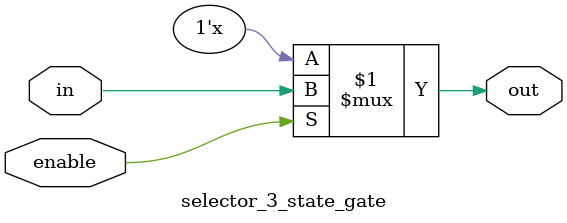
<source format=v>
module selector_3_state_gate(out,in,enable);
	input in,enable;
	output out;
	
	bufif1 mybuf(out,in,enable);

endmodule

</source>
